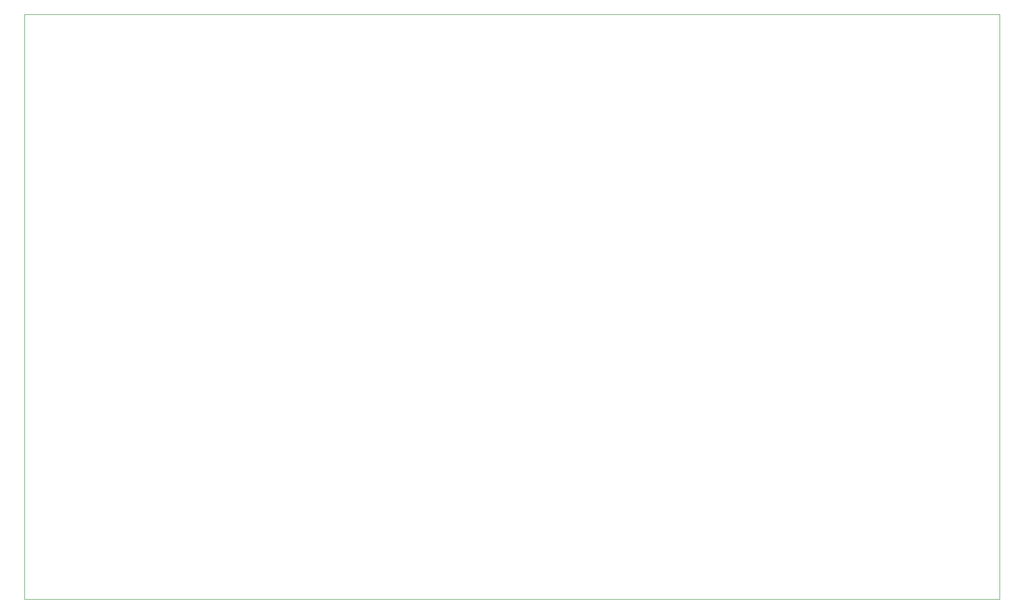
<source format=gm1>
G04*
G04 #@! TF.GenerationSoftware,Altium Limited,Altium Designer,22.8.2 (66)*
G04*
G04 Layer_Color=16711935*
%FSLAX25Y25*%
%MOIN*%
G70*
G04*
G04 #@! TF.SameCoordinates,96B98669-0A76-488E-AF90-C307CBE701B7*
G04*
G04*
G04 #@! TF.FilePolarity,Positive*
G04*
G01*
G75*
%ADD134C,0.00000*%
D134*
X96457Y96457D02*
Y503937D01*
Y96457D02*
X775591D01*
Y503937D01*
X96457D02*
X775591D01*
M02*

</source>
